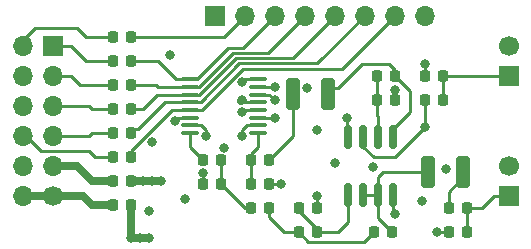
<source format=gbr>
%TF.GenerationSoftware,KiCad,Pcbnew,(6.0.0)*%
%TF.CreationDate,2022-01-10T21:54:34-05:00*%
%TF.ProjectId,ad74111_module,61643734-3131-4315-9f6d-6f64756c652e,rev?*%
%TF.SameCoordinates,Original*%
%TF.FileFunction,Copper,L1,Top*%
%TF.FilePolarity,Positive*%
%FSLAX46Y46*%
G04 Gerber Fmt 4.6, Leading zero omitted, Abs format (unit mm)*
G04 Created by KiCad (PCBNEW (6.0.0)) date 2022-01-10 21:54:34*
%MOMM*%
%LPD*%
G01*
G04 APERTURE LIST*
G04 Aperture macros list*
%AMRoundRect*
0 Rectangle with rounded corners*
0 $1 Rounding radius*
0 $2 $3 $4 $5 $6 $7 $8 $9 X,Y pos of 4 corners*
0 Add a 4 corners polygon primitive as box body*
4,1,4,$2,$3,$4,$5,$6,$7,$8,$9,$2,$3,0*
0 Add four circle primitives for the rounded corners*
1,1,$1+$1,$2,$3*
1,1,$1+$1,$4,$5*
1,1,$1+$1,$6,$7*
1,1,$1+$1,$8,$9*
0 Add four rect primitives between the rounded corners*
20,1,$1+$1,$2,$3,$4,$5,0*
20,1,$1+$1,$4,$5,$6,$7,0*
20,1,$1+$1,$6,$7,$8,$9,0*
20,1,$1+$1,$8,$9,$2,$3,0*%
G04 Aperture macros list end*
%TA.AperFunction,SMDPad,CuDef*%
%ADD10RoundRect,0.225000X0.225000X0.250000X-0.225000X0.250000X-0.225000X-0.250000X0.225000X-0.250000X0*%
%TD*%
%TA.AperFunction,ComponentPad*%
%ADD11R,1.700000X1.700000*%
%TD*%
%TA.AperFunction,ComponentPad*%
%ADD12O,1.700000X1.700000*%
%TD*%
%TA.AperFunction,SMDPad,CuDef*%
%ADD13RoundRect,0.225000X-0.225000X-0.250000X0.225000X-0.250000X0.225000X0.250000X-0.225000X0.250000X0*%
%TD*%
%TA.AperFunction,SMDPad,CuDef*%
%ADD14RoundRect,0.250000X-0.325000X-1.100000X0.325000X-1.100000X0.325000X1.100000X-0.325000X1.100000X0*%
%TD*%
%TA.AperFunction,SMDPad,CuDef*%
%ADD15RoundRect,0.250000X0.325000X1.100000X-0.325000X1.100000X-0.325000X-1.100000X0.325000X-1.100000X0*%
%TD*%
%TA.AperFunction,SMDPad,CuDef*%
%ADD16RoundRect,0.150000X-0.150000X0.825000X-0.150000X-0.825000X0.150000X-0.825000X0.150000X0.825000X0*%
%TD*%
%TA.AperFunction,SMDPad,CuDef*%
%ADD17RoundRect,0.100000X-0.637500X-0.100000X0.637500X-0.100000X0.637500X0.100000X-0.637500X0.100000X0*%
%TD*%
%TA.AperFunction,ComponentPad*%
%ADD18C,1.700000*%
%TD*%
%TA.AperFunction,ViaPad*%
%ADD19C,0.800000*%
%TD*%
%TA.AperFunction,Conductor*%
%ADD20C,0.250000*%
%TD*%
%TA.AperFunction,Conductor*%
%ADD21C,0.635000*%
%TD*%
%TA.AperFunction,Conductor*%
%ADD22C,0.254000*%
%TD*%
G04 APERTURE END LIST*
D10*
%TO.P,FB2,1*%
%TO.N,GNDA*%
X110503000Y-57912000D03*
%TO.P,FB2,2*%
%TO.N,GNDD*%
X108953000Y-57912000D03*
%TD*%
D11*
%TO.P,P4,1,Pin_1*%
%TO.N,+3V3*%
X117602000Y-43942000D03*
D12*
%TO.P,P4,2,Pin_2*%
%TO.N,/mclk*%
X120142000Y-43942000D03*
%TO.P,P4,3,Pin_3*%
%TO.N,/dclk*%
X122682000Y-43942000D03*
%TO.P,P4,4,Pin_4*%
%TO.N,/din*%
X125222000Y-43942000D03*
%TO.P,P4,5,Pin_5*%
%TO.N,/dfs*%
X127762000Y-43942000D03*
%TO.P,P4,6,Pin_6*%
%TO.N,/dout*%
X130302000Y-43942000D03*
%TO.P,P4,7,Pin_7*%
%TO.N,/~{reset}*%
X132842000Y-43942000D03*
%TO.P,P4,8,Pin_8*%
%TO.N,GNDD*%
X135382000Y-43942000D03*
%TD*%
D13*
%TO.P,C6,1*%
%TO.N,/vin*%
X120637000Y-58166000D03*
%TO.P,C6,2*%
%TO.N,GNDA*%
X122187000Y-58166000D03*
%TD*%
%TO.P,R12,1*%
%TO.N,Net-(P2-Pad2)*%
X108953000Y-49784000D03*
%TO.P,R12,2*%
%TO.N,/din*%
X110503000Y-49784000D03*
%TD*%
D10*
%TO.P,R10,1*%
%TO.N,Net-(C4-Pad1)*%
X122187000Y-56134000D03*
%TO.P,R10,2*%
%TO.N,/vin*%
X120637000Y-56134000D03*
%TD*%
%TO.P,R8,1*%
%TO.N,/~{reset}*%
X110503000Y-55880000D03*
%TO.P,R8,2*%
%TO.N,Net-(P2-Pad10)*%
X108953000Y-55880000D03*
%TD*%
%TO.P,C2,1*%
%TO.N,Net-(C2-Pad1)*%
X118123000Y-58166000D03*
%TO.P,C2,2*%
%TO.N,GNDA*%
X116573000Y-58166000D03*
%TD*%
D13*
%TO.P,R2,1*%
%TO.N,/vout*%
X116573000Y-56134000D03*
%TO.P,R2,2*%
%TO.N,Net-(C2-Pad1)*%
X118123000Y-56134000D03*
%TD*%
D14*
%TO.P,C4,1*%
%TO.N,Net-(C4-Pad1)*%
X124255000Y-50546000D03*
%TO.P,C4,2*%
%TO.N,Net-(C4-Pad2)*%
X127205000Y-50546000D03*
%TD*%
D15*
%TO.P,C21,1*%
%TO.N,Net-(C21-Pad1)*%
X138635000Y-57150000D03*
%TO.P,C21,2*%
%TO.N,Net-(C21-Pad2)*%
X135685000Y-57150000D03*
%TD*%
D13*
%TO.P,C5,1*%
%TO.N,Net-(C5-Pad1)*%
X131051000Y-62230000D03*
%TO.P,C5,2*%
%TO.N,Net-(C21-Pad2)*%
X132601000Y-62230000D03*
%TD*%
D16*
%TO.P,U1,1*%
%TO.N,Net-(C4-Pad2)*%
X132715000Y-54167000D03*
%TO.P,U1,2,-*%
%TO.N,Net-(R5-Pad2)*%
X131445000Y-54167000D03*
%TO.P,U1,3,+*%
%TO.N,Net-(C1-Pad2)*%
X130175000Y-54167000D03*
%TO.P,U1,4,V-*%
%TO.N,GNDA*%
X128905000Y-54167000D03*
%TO.P,U1,5,+*%
%TO.N,Net-(C3-Pad1)*%
X128905000Y-59117000D03*
%TO.P,U1,6,-*%
%TO.N,Net-(C21-Pad2)*%
X130175000Y-59117000D03*
%TO.P,U1,7*%
X131445000Y-59117000D03*
%TO.P,U1,8,V+*%
%TO.N,VAA*%
X132715000Y-59117000D03*
%TD*%
D10*
%TO.P,R1,1*%
%TO.N,/audio_in*%
X136919000Y-49022000D03*
%TO.P,R1,2*%
%TO.N,GNDA*%
X135369000Y-49022000D03*
%TD*%
D13*
%TO.P,R11,1*%
%TO.N,Net-(P2-Pad1)*%
X108953000Y-47752000D03*
%TO.P,R11,2*%
%TO.N,/dclk*%
X110503000Y-47752000D03*
%TD*%
%TO.P,R3,1*%
%TO.N,Net-(C2-Pad1)*%
X120637000Y-60198000D03*
%TO.P,R3,2*%
%TO.N,Net-(C5-Pad1)*%
X122187000Y-60198000D03*
%TD*%
D10*
%TO.P,R7,1*%
%TO.N,/mclk*%
X110503000Y-45720000D03*
%TO.P,R7,2*%
%TO.N,Net-(P2-Pad7)*%
X108953000Y-45720000D03*
%TD*%
D17*
%TO.P,U3,1,DCLK*%
%TO.N,/dclk*%
X115501500Y-49287000D03*
%TO.P,U3,2,DIN*%
%TO.N,/din*%
X115501500Y-49937000D03*
%TO.P,U3,3,DFS*%
%TO.N,/dfs*%
X115501500Y-50587000D03*
%TO.P,U3,4,DOUT*%
%TO.N,/dout*%
X115501500Y-51237000D03*
%TO.P,U3,5,~{RESET}*%
%TO.N,/~{reset}*%
X115501500Y-51887000D03*
%TO.P,U3,6,AVDD*%
%TO.N,VAA*%
X115501500Y-52537000D03*
%TO.P,U3,7,CAPN*%
%TO.N,Net-(C7-Pad1)*%
X115501500Y-53187000D03*
%TO.P,U3,8,VOUT*%
%TO.N,/vout*%
X115501500Y-53837000D03*
%TO.P,U3,9,VIN*%
%TO.N,/vin*%
X121226500Y-53837000D03*
%TO.P,U3,10,CAPP*%
%TO.N,Net-(C9-Pad1)*%
X121226500Y-53187000D03*
%TO.P,U3,11,REFCAP*%
%TO.N,Net-(C13-Pad1)*%
X121226500Y-52537000D03*
%TO.P,U3,12,AGND*%
%TO.N,GNDA*%
X121226500Y-51887000D03*
%TO.P,U3,13,DGND*%
%TO.N,GNDD*%
X121226500Y-51237000D03*
%TO.P,U3,14,DVDD2*%
%TO.N,+2V5*%
X121226500Y-50587000D03*
%TO.P,U3,15,DVDD1*%
%TO.N,+3V3*%
X121226500Y-49937000D03*
%TO.P,U3,16,MCLK*%
%TO.N,/mclk*%
X121226500Y-49287000D03*
%TD*%
D11*
%TO.P,P2,1,Pin_1*%
%TO.N,Net-(P2-Pad1)*%
X103886000Y-46482000D03*
D12*
%TO.P,P2,2,Pin_2*%
%TO.N,Net-(P2-Pad2)*%
X103886000Y-49022000D03*
%TO.P,P2,3,Pin_3*%
%TO.N,Net-(P2-Pad3)*%
X103886000Y-51562000D03*
%TO.P,P2,4,Pin_4*%
%TO.N,Net-(P2-Pad4)*%
X103886000Y-54102000D03*
%TO.P,P2,5,Pin_5*%
%TO.N,GNDD*%
X103886000Y-56642000D03*
D18*
%TO.P,P2,6,Pin_6*%
%TO.N,/3v3_in*%
X103886000Y-59182000D03*
D12*
%TO.P,P2,7,Pin_7*%
%TO.N,Net-(P2-Pad7)*%
X101346000Y-46482000D03*
%TO.P,P2,8,Pin_8*%
%TO.N,unconnected-(P2-Pad8)*%
X101346000Y-49022000D03*
%TO.P,P2,9,Pin_9*%
%TO.N,unconnected-(P2-Pad9)*%
X101346000Y-51562000D03*
%TO.P,P2,10,Pin_10*%
%TO.N,Net-(P2-Pad10)*%
X101346000Y-54102000D03*
%TO.P,P2,11,Pin_11*%
%TO.N,GNDD*%
X101346000Y-56642000D03*
%TO.P,P2,12,Pin_12*%
%TO.N,/3v3_in*%
X101346000Y-59182000D03*
%TD*%
D13*
%TO.P,C3,1*%
%TO.N,Net-(C3-Pad1)*%
X124701000Y-60198000D03*
%TO.P,C3,2*%
%TO.N,GNDA*%
X126251000Y-60198000D03*
%TD*%
%TO.P,R14,1*%
%TO.N,Net-(P2-Pad4)*%
X108953000Y-53848000D03*
%TO.P,R14,2*%
%TO.N,/dout*%
X110503000Y-53848000D03*
%TD*%
%TO.P,R9,1*%
%TO.N,Net-(R5-Pad2)*%
X131305000Y-49022000D03*
%TO.P,R9,2*%
%TO.N,Net-(C4-Pad2)*%
X132855000Y-49022000D03*
%TD*%
D11*
%TO.P,P1,1,Pin_1*%
%TO.N,/audio_in*%
X142494000Y-49022000D03*
D18*
%TO.P,P1,2,Pin_2*%
%TO.N,GNDA*%
X142494000Y-46482000D03*
%TD*%
D10*
%TO.P,FB1,1*%
%TO.N,+3V3*%
X110503000Y-59944000D03*
%TO.P,FB1,2*%
%TO.N,/3v3_in*%
X108953000Y-59944000D03*
%TD*%
D13*
%TO.P,R6,1*%
%TO.N,Net-(C5-Pad1)*%
X124701000Y-62230000D03*
%TO.P,R6,2*%
%TO.N,Net-(C3-Pad1)*%
X126251000Y-62230000D03*
%TD*%
D10*
%TO.P,R18,1*%
%TO.N,/audio_out*%
X138951000Y-62230000D03*
%TO.P,R18,2*%
%TO.N,GNDA*%
X137401000Y-62230000D03*
%TD*%
D13*
%TO.P,R13,1*%
%TO.N,Net-(P2-Pad3)*%
X108953000Y-51816000D03*
%TO.P,R13,2*%
%TO.N,/dfs*%
X110503000Y-51816000D03*
%TD*%
%TO.P,R17,1*%
%TO.N,Net-(C21-Pad1)*%
X137401000Y-60198000D03*
%TO.P,R17,2*%
%TO.N,/audio_out*%
X138951000Y-60198000D03*
%TD*%
D11*
%TO.P,P3,1,Pin_1*%
%TO.N,/audio_out*%
X142494000Y-59182000D03*
D18*
%TO.P,P3,2,Pin_2*%
%TO.N,GNDA*%
X142494000Y-56642000D03*
%TD*%
D10*
%TO.P,R5,1*%
%TO.N,GNDA*%
X132855000Y-51054000D03*
%TO.P,R5,2*%
%TO.N,Net-(R5-Pad2)*%
X131305000Y-51054000D03*
%TD*%
%TO.P,C1,1*%
%TO.N,/audio_in*%
X136919000Y-51054000D03*
%TO.P,C1,2*%
%TO.N,Net-(C1-Pad2)*%
X135369000Y-51054000D03*
%TD*%
D19*
%TO.N,Net-(C1-Pad2)*%
X135369000Y-53353000D03*
%TO.N,GNDA*%
X130978811Y-56754378D03*
X128778000Y-52578000D03*
X136398000Y-62230000D03*
X119888000Y-52070000D03*
X137160000Y-56896000D03*
X112268000Y-57912000D03*
X127762000Y-56388000D03*
X135382000Y-48006000D03*
X118364000Y-55118000D03*
X112272299Y-54614299D03*
X112014000Y-60452000D03*
X123190000Y-58166000D03*
X115062000Y-59436000D03*
X132842000Y-50165000D03*
X116586000Y-57208500D03*
X111506000Y-57912000D03*
X126238000Y-53594000D03*
X135128000Y-59563000D03*
X126238000Y-59182000D03*
X113030000Y-57912000D03*
%TO.N,Net-(C7-Pad1)*%
X116840000Y-54102000D03*
%TO.N,Net-(C9-Pad1)*%
X119888000Y-54102000D03*
%TO.N,VAA*%
X114226619Y-52798822D03*
X132846299Y-60701701D03*
%TO.N,+3V3*%
X122682000Y-49911000D03*
X110490000Y-62738000D03*
X111252000Y-62738000D03*
X112014000Y-62738000D03*
%TO.N,GNDD*%
X119888000Y-51054000D03*
X125429500Y-50038000D03*
X113792000Y-47244000D03*
%TO.N,+2V5*%
X122682000Y-51054000D03*
%TO.N,Net-(C13-Pad1)*%
X122682000Y-52578000D03*
%TO.N,/mclk*%
X119900294Y-49542294D03*
%TD*%
D20*
%TO.N,/audio_in*%
X142494000Y-49022000D02*
X136919000Y-49022000D01*
X136919000Y-49022000D02*
X136919000Y-51054000D01*
%TO.N,Net-(C1-Pad2)*%
X130175000Y-54991000D02*
X131064000Y-55880000D01*
X132842000Y-55880000D02*
X135369000Y-53353000D01*
X135369000Y-53353000D02*
X135369000Y-51054000D01*
X131064000Y-55880000D02*
X132842000Y-55880000D01*
%TO.N,Net-(C2-Pad1)*%
X118123000Y-56134000D02*
X118123000Y-58166000D01*
X120142000Y-60198000D02*
X118123000Y-58179000D01*
X120637000Y-60198000D02*
X120142000Y-60198000D01*
%TO.N,GNDA*%
X126238000Y-59182000D02*
X126238000Y-60185000D01*
X132842000Y-50165000D02*
X132842000Y-51041000D01*
D21*
X113030000Y-57912000D02*
X112268000Y-57912000D01*
D22*
X122187000Y-58166000D02*
X123190000Y-58166000D01*
D20*
X135369000Y-49022000D02*
X135369000Y-48019000D01*
D21*
X111506000Y-57912000D02*
X110503000Y-57912000D01*
D20*
X136652000Y-62230000D02*
X136398000Y-62230000D01*
X128778000Y-52578000D02*
X128778000Y-53340000D01*
D21*
X112268000Y-57912000D02*
X111506000Y-57912000D01*
D20*
X120071000Y-51887000D02*
X119888000Y-52070000D01*
X137401000Y-62230000D02*
X136652000Y-62230000D01*
X135369000Y-48019000D02*
X135382000Y-48006000D01*
D22*
X116573000Y-58166000D02*
X116573000Y-57221500D01*
D20*
X121226500Y-51887000D02*
X120071000Y-51887000D01*
D22*
X116573000Y-57221500D02*
X116586000Y-57208500D01*
D20*
%TO.N,Net-(C3-Pad1)*%
X128905000Y-59117000D02*
X128905000Y-61341000D01*
X126251000Y-61989000D02*
X124701000Y-60439000D01*
X128905000Y-61341000D02*
X128016000Y-62230000D01*
X128016000Y-62230000D02*
X126251000Y-62230000D01*
%TO.N,Net-(C4-Pad1)*%
X124255000Y-50546000D02*
X124255000Y-54053000D01*
X122187000Y-56121000D02*
X122187000Y-56134000D01*
X124255000Y-54053000D02*
X122187000Y-56121000D01*
%TO.N,Net-(C4-Pad2)*%
X134112000Y-52070000D02*
X134112000Y-50279000D01*
X128016000Y-50038000D02*
X127205000Y-50038000D01*
X132855000Y-48527000D02*
X132334000Y-48006000D01*
X132855000Y-49022000D02*
X132855000Y-48527000D01*
X132334000Y-48006000D02*
X130048000Y-48006000D01*
X134112000Y-50279000D02*
X132855000Y-49022000D01*
X132715000Y-53467000D02*
X134112000Y-52070000D01*
X130048000Y-48006000D02*
X128016000Y-50038000D01*
%TO.N,Net-(C5-Pad1)*%
X123444000Y-62230000D02*
X124701000Y-62230000D01*
X130251480Y-63029520D02*
X125513520Y-63029520D01*
X125513520Y-63029520D02*
X124714000Y-62230000D01*
X122187000Y-60973000D02*
X123444000Y-62230000D01*
X131051000Y-62230000D02*
X130251480Y-63029520D01*
X122187000Y-60198000D02*
X122187000Y-60973000D01*
%TO.N,Net-(C21-Pad2)*%
X131445000Y-61074000D02*
X132601000Y-62230000D01*
X131445000Y-59117000D02*
X131445000Y-61074000D01*
X131445000Y-57531000D02*
X131445000Y-59117000D01*
X135685000Y-57150000D02*
X131826000Y-57150000D01*
X131445000Y-59117000D02*
X130175000Y-59117000D01*
X131826000Y-57150000D02*
X131445000Y-57531000D01*
%TO.N,/vin*%
X121226500Y-53837000D02*
X121226500Y-55049500D01*
X120637000Y-55639000D02*
X120637000Y-56134000D01*
X121226500Y-55049500D02*
X120637000Y-55639000D01*
X120637000Y-56134000D02*
X120637000Y-58166000D01*
D22*
%TO.N,Net-(C7-Pad1)*%
X116840000Y-53594000D02*
X116840000Y-54102000D01*
X116433000Y-53187000D02*
X116840000Y-53594000D01*
X115501500Y-53187000D02*
X116433000Y-53187000D01*
%TO.N,Net-(C9-Pad1)*%
X119888000Y-53594000D02*
X119888000Y-54102000D01*
X120295000Y-53187000D02*
X119888000Y-53594000D01*
X121226500Y-53187000D02*
X120295000Y-53187000D01*
%TO.N,VAA*%
X114595000Y-52537000D02*
X114333178Y-52798822D01*
X132715000Y-59117000D02*
X132715000Y-60579000D01*
X132837701Y-60701701D02*
X132846299Y-60701701D01*
X115501500Y-52537000D02*
X114595000Y-52537000D01*
X132715000Y-60579000D02*
X132837701Y-60701701D01*
X114333178Y-52798822D02*
X114226619Y-52798822D01*
D21*
%TO.N,+3V3*%
X110490000Y-59957000D02*
X110503000Y-59944000D01*
D20*
X122656000Y-49937000D02*
X121226500Y-49937000D01*
X122682000Y-49911000D02*
X122656000Y-49937000D01*
D21*
X110490000Y-62738000D02*
X110490000Y-59957000D01*
X112014000Y-62738000D02*
X111252000Y-62738000D01*
X111252000Y-62738000D02*
X110490000Y-62738000D01*
D22*
%TO.N,GNDD*%
X119817007Y-51237007D02*
X119817007Y-51124993D01*
D21*
X119817000Y-51125000D02*
X119888000Y-51054000D01*
X107188000Y-57912000D02*
X108953000Y-57912000D01*
D22*
X121226504Y-51237007D02*
X119817007Y-51237007D01*
D21*
X105918000Y-56642000D02*
X107188000Y-57912000D01*
X103886000Y-56642000D02*
X105918000Y-56642000D01*
D20*
%TO.N,+2V5*%
X122215000Y-50587000D02*
X121226500Y-50587000D01*
X122682000Y-51054000D02*
X122215000Y-50587000D01*
D21*
%TO.N,/3v3_in*%
X107188000Y-59944000D02*
X108953000Y-59944000D01*
X103886000Y-59182000D02*
X106426000Y-59182000D01*
X101346000Y-59182000D02*
X103886000Y-59182000D01*
X106426000Y-59182000D02*
X107188000Y-59944000D01*
D20*
%TO.N,Net-(C13-Pad1)*%
X122682000Y-52578000D02*
X121955361Y-52578000D01*
X121914361Y-52537000D02*
X121226500Y-52537000D01*
X121955361Y-52578000D02*
X121914361Y-52537000D01*
%TO.N,Net-(P2-Pad7)*%
X108953000Y-45720000D02*
X106680000Y-45720000D01*
X102362000Y-44958000D02*
X101346000Y-45974000D01*
X105918000Y-44958000D02*
X102362000Y-44958000D01*
X106680000Y-45720000D02*
X105918000Y-44958000D01*
%TO.N,Net-(P2-Pad10)*%
X102870000Y-55372000D02*
X101600000Y-54102000D01*
X101600000Y-54102000D02*
X101346000Y-54102000D01*
X107442000Y-55880000D02*
X106934000Y-55372000D01*
X108953000Y-55880000D02*
X107442000Y-55880000D01*
X106934000Y-55372000D02*
X102870000Y-55372000D01*
%TO.N,/audio_out*%
X140208000Y-60198000D02*
X138951000Y-60198000D01*
X138951000Y-62230000D02*
X138951000Y-60198000D01*
X141224000Y-59182000D02*
X140208000Y-60198000D01*
X142494000Y-59182000D02*
X141224000Y-59182000D01*
%TO.N,/vout*%
X115501500Y-55062500D02*
X116573000Y-56134000D01*
X115501500Y-53837000D02*
X115501500Y-55062500D01*
%TO.N,Net-(R5-Pad2)*%
X131305000Y-52337000D02*
X131445000Y-52477000D01*
X131305000Y-51054000D02*
X131305000Y-52337000D01*
X131445000Y-52477000D02*
X131445000Y-54167000D01*
X131305000Y-49022000D02*
X131305000Y-51054000D01*
%TO.N,/mclk*%
X118364000Y-45720000D02*
X110630000Y-45720000D01*
X120258000Y-49287000D02*
X121226500Y-49287000D01*
X120142000Y-43942000D02*
X118364000Y-45720000D01*
X119900294Y-49542294D02*
X120002706Y-49542294D01*
X120002706Y-49542294D02*
X120258000Y-49287000D01*
%TO.N,/~{reset}*%
X115501500Y-51887000D02*
X113975000Y-51887000D01*
X116530989Y-51887000D02*
X115501500Y-51887000D01*
X132842000Y-43942000D02*
X128386960Y-48397040D01*
X120020949Y-48397040D02*
X116530989Y-51887000D01*
X113975000Y-51887000D02*
X110503000Y-55359000D01*
X128386960Y-48397040D02*
X120020949Y-48397040D01*
%TO.N,/dclk*%
X114311000Y-49287000D02*
X112776000Y-47752000D01*
X112776000Y-47752000D02*
X110503000Y-47752000D01*
X115501500Y-49287000D02*
X114311000Y-49287000D01*
X116067000Y-49287000D02*
X118755040Y-46598960D01*
X120025040Y-46598960D02*
X122682000Y-43942000D01*
X118755040Y-46598960D02*
X120025040Y-46598960D01*
%TO.N,/din*%
X110630000Y-49784000D02*
X112623000Y-49784000D01*
X122115520Y-47048480D02*
X119131020Y-47048480D01*
X125222000Y-43942000D02*
X122115520Y-47048480D01*
X112623000Y-49784000D02*
X112776000Y-49937000D01*
X119131020Y-47048480D02*
X116242500Y-49937000D01*
X112776000Y-49937000D02*
X115501500Y-49937000D01*
X116242500Y-49937000D02*
X115501500Y-49937000D01*
%TO.N,/dfs*%
X110757000Y-51816000D02*
X111506000Y-51816000D01*
X111506000Y-51816000D02*
X112735000Y-50587000D01*
X119380718Y-47498000D02*
X116291718Y-50587000D01*
X112735000Y-50587000D02*
X115501500Y-50587000D01*
X116291718Y-50587000D02*
X115501500Y-50587000D01*
X127762000Y-43942000D02*
X124206000Y-47498000D01*
X124206000Y-47498000D02*
X119380718Y-47498000D01*
%TO.N,/dout*%
X126296480Y-47947520D02*
X119693198Y-47947520D01*
X113355000Y-51237000D02*
X111125000Y-53467000D01*
X115501500Y-51237000D02*
X113355000Y-51237000D01*
X130302000Y-43942000D02*
X126296480Y-47947520D01*
X119693198Y-47947520D02*
X116403718Y-51237000D01*
X111125000Y-53467000D02*
X110503000Y-53467000D01*
X116403718Y-51237000D02*
X115501500Y-51237000D01*
%TO.N,Net-(P2-Pad1)*%
X105410000Y-46482000D02*
X106680000Y-47752000D01*
X103886000Y-46482000D02*
X105410000Y-46482000D01*
X106680000Y-47752000D02*
X108953000Y-47752000D01*
%TO.N,Net-(P2-Pad2)*%
X108826000Y-49784000D02*
X106172000Y-49784000D01*
X105410000Y-49022000D02*
X103886000Y-49022000D01*
X106172000Y-49784000D02*
X105410000Y-49022000D01*
%TO.N,Net-(P2-Pad3)*%
X104140000Y-51816000D02*
X104394000Y-51562000D01*
X107188000Y-51816000D02*
X108699000Y-51816000D01*
X106934000Y-51562000D02*
X107188000Y-51816000D01*
X104394000Y-51562000D02*
X106934000Y-51562000D01*
%TO.N,Net-(P2-Pad4)*%
X108953000Y-53848000D02*
X107188000Y-53848000D01*
X106934000Y-54102000D02*
X103886000Y-54102000D01*
X107188000Y-53848000D02*
X106934000Y-54102000D01*
%TO.N,Net-(C21-Pad1)*%
X137414000Y-58801000D02*
X138635000Y-57580000D01*
X137414000Y-60185000D02*
X137414000Y-58801000D01*
%TD*%
M02*

</source>
